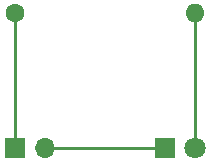
<source format=gbr>
%TF.GenerationSoftware,KiCad,Pcbnew,6.0.4-6f826c9f35~116~ubuntu20.04.1*%
%TF.CreationDate,2022-05-06T19:33:47-03:00*%
%TF.ProjectId,highLed,68696768-4c65-4642-9e6b-696361645f70,rev?*%
%TF.SameCoordinates,Original*%
%TF.FileFunction,Copper,L1,Top*%
%TF.FilePolarity,Positive*%
%FSLAX46Y46*%
G04 Gerber Fmt 4.6, Leading zero omitted, Abs format (unit mm)*
G04 Created by KiCad (PCBNEW 6.0.4-6f826c9f35~116~ubuntu20.04.1) date 2022-05-06 19:33:47*
%MOMM*%
%LPD*%
G01*
G04 APERTURE LIST*
%TA.AperFunction,ComponentPad*%
%ADD10C,1.600000*%
%TD*%
%TA.AperFunction,ComponentPad*%
%ADD11O,1.600000X1.600000*%
%TD*%
%TA.AperFunction,ComponentPad*%
%ADD12R,1.800000X1.800000*%
%TD*%
%TA.AperFunction,ComponentPad*%
%ADD13C,1.800000*%
%TD*%
%TA.AperFunction,ComponentPad*%
%ADD14R,1.700000X1.700000*%
%TD*%
%TA.AperFunction,ComponentPad*%
%ADD15O,1.700000X1.700000*%
%TD*%
%TA.AperFunction,Conductor*%
%ADD16C,0.250000*%
%TD*%
G04 APERTURE END LIST*
D10*
%TO.P,R1,1*%
%TO.N,Net-(BT1-Pad1)*%
X137160000Y-87630000D03*
D11*
%TO.P,R1,2*%
%TO.N,Net-(D1-Pad2)*%
X152400000Y-87630000D03*
%TD*%
D12*
%TO.P,D1,1,K*%
%TO.N,Net-(BT1-Pad2)*%
X149860000Y-99060000D03*
D13*
%TO.P,D1,2,A*%
%TO.N,Net-(D1-Pad2)*%
X152400000Y-99060000D03*
%TD*%
D14*
%TO.P,BT1,1,+*%
%TO.N,Net-(BT1-Pad1)*%
X137160000Y-99060000D03*
D15*
%TO.P,BT1,2,-*%
%TO.N,Net-(BT1-Pad2)*%
X139700000Y-99060000D03*
%TD*%
D16*
%TO.N,Net-(BT1-Pad1)*%
X137160000Y-99060000D02*
X137160000Y-87630000D01*
%TO.N,Net-(BT1-Pad2)*%
X149860000Y-99060000D02*
X139700000Y-99060000D01*
%TO.N,Net-(D1-Pad2)*%
X152400000Y-87630000D02*
X152400000Y-99060000D01*
%TD*%
M02*

</source>
